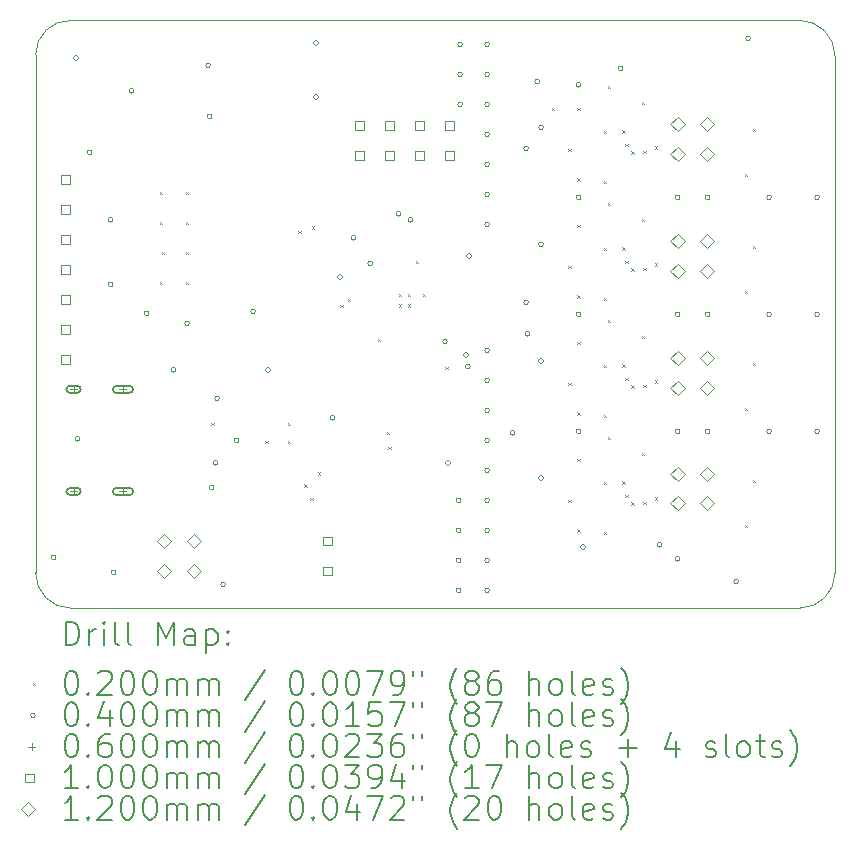
<source format=gbr>
%TF.GenerationSoftware,KiCad,Pcbnew,(6.0.11)*%
%TF.CreationDate,2023-05-24T19:33:46+02:00*%
%TF.ProjectId,an2can,616e3263-616e-42e6-9b69-6361645f7063,V0*%
%TF.SameCoordinates,Original*%
%TF.FileFunction,Drillmap*%
%TF.FilePolarity,Positive*%
%FSLAX45Y45*%
G04 Gerber Fmt 4.5, Leading zero omitted, Abs format (unit mm)*
G04 Created by KiCad (PCBNEW (6.0.11)) date 2023-05-24 19:33:46*
%MOMM*%
%LPD*%
G01*
G04 APERTURE LIST*
%ADD10C,0.050000*%
%ADD11C,0.200000*%
%ADD12C,0.020000*%
%ADD13C,0.040000*%
%ADD14C,0.060000*%
%ADD15C,0.100000*%
%ADD16C,0.120000*%
G04 APERTURE END LIST*
D10*
X12992100Y-6891300D02*
G75*
G03*
X12692100Y-6591300I-300000J0D01*
G01*
X6527600Y-6591300D02*
X12692100Y-6591300D01*
X6527600Y-6591296D02*
G75*
G03*
X6223000Y-6883400I-12240J-292104D01*
G01*
X6223000Y-6883400D02*
X6223000Y-11268668D01*
X12992100Y-11267700D02*
X12992100Y-6891300D01*
X6223002Y-11268668D02*
G75*
G03*
X6523000Y-11568668I299998J-2D01*
G01*
X12692100Y-11567700D02*
G75*
G03*
X12992100Y-11267700I0J300000D01*
G01*
X12692100Y-11567700D02*
X6523000Y-11568668D01*
D11*
D12*
X7276800Y-8041800D02*
X7296800Y-8061800D01*
X7296800Y-8041800D02*
X7276800Y-8061800D01*
X7276800Y-8295800D02*
X7296800Y-8315800D01*
X7296800Y-8295800D02*
X7276800Y-8315800D01*
X7276800Y-8803800D02*
X7296800Y-8823800D01*
X7296800Y-8803800D02*
X7276800Y-8823800D01*
X7289500Y-8549800D02*
X7309500Y-8569800D01*
X7309500Y-8549800D02*
X7289500Y-8569800D01*
X7492700Y-8041800D02*
X7512700Y-8061800D01*
X7512700Y-8041800D02*
X7492700Y-8061800D01*
X7492700Y-8295800D02*
X7512700Y-8315800D01*
X7512700Y-8295800D02*
X7492700Y-8315800D01*
X7492700Y-8549800D02*
X7512700Y-8569800D01*
X7512700Y-8549800D02*
X7492700Y-8569800D01*
X7492700Y-8803800D02*
X7512700Y-8823800D01*
X7512700Y-8803800D02*
X7492700Y-8823800D01*
X7711600Y-9997600D02*
X7731600Y-10017600D01*
X7731600Y-9997600D02*
X7711600Y-10017600D01*
X8168800Y-10150000D02*
X8188800Y-10170000D01*
X8188800Y-10150000D02*
X8168800Y-10170000D01*
X8359300Y-9997600D02*
X8379300Y-10017600D01*
X8379300Y-9997600D02*
X8359300Y-10017600D01*
X8359300Y-10150000D02*
X8379300Y-10170000D01*
X8379300Y-10150000D02*
X8359300Y-10170000D01*
X8448200Y-8372000D02*
X8468200Y-8392000D01*
X8468200Y-8372000D02*
X8448200Y-8392000D01*
X8499000Y-10518300D02*
X8519000Y-10538300D01*
X8519000Y-10518300D02*
X8499000Y-10538300D01*
X8549800Y-10632600D02*
X8569800Y-10652600D01*
X8569800Y-10632600D02*
X8549800Y-10652600D01*
X8562500Y-8333900D02*
X8582500Y-8353900D01*
X8582500Y-8333900D02*
X8562500Y-8353900D01*
X8613300Y-10416700D02*
X8633300Y-10436700D01*
X8633300Y-10416700D02*
X8613300Y-10436700D01*
X8803800Y-8999950D02*
X8823800Y-9019950D01*
X8823800Y-8999950D02*
X8803800Y-9019950D01*
X8867300Y-8949950D02*
X8887300Y-8969950D01*
X8887300Y-8949950D02*
X8867300Y-8969950D01*
X9121300Y-9286400D02*
X9141300Y-9306400D01*
X9141300Y-9286400D02*
X9121300Y-9306400D01*
X9197500Y-10073800D02*
X9217500Y-10093800D01*
X9217500Y-10073800D02*
X9197500Y-10093800D01*
X9210200Y-10200800D02*
X9230200Y-10220800D01*
X9230200Y-10200800D02*
X9210200Y-10220800D01*
X9299100Y-8905400D02*
X9319100Y-8925400D01*
X9319100Y-8905400D02*
X9299100Y-8925400D01*
X9299100Y-8994300D02*
X9319100Y-9014300D01*
X9319100Y-8994300D02*
X9299100Y-9014300D01*
X9375300Y-8905400D02*
X9395300Y-8925400D01*
X9395300Y-8905400D02*
X9375300Y-8925400D01*
X9375300Y-8994300D02*
X9395300Y-9014300D01*
X9395300Y-8994300D02*
X9375300Y-9014300D01*
X9444350Y-8625700D02*
X9464350Y-8645700D01*
X9464350Y-8625700D02*
X9444350Y-8645700D01*
X9502300Y-8905400D02*
X9522300Y-8925400D01*
X9522300Y-8905400D02*
X9502300Y-8925400D01*
X9692800Y-9525350D02*
X9712800Y-9545350D01*
X9712800Y-9525350D02*
X9692800Y-9545350D01*
X10594500Y-7330600D02*
X10614500Y-7350600D01*
X10614500Y-7330600D02*
X10594500Y-7350600D01*
X10735207Y-7680225D02*
X10755207Y-7700225D01*
X10755207Y-7680225D02*
X10735207Y-7700225D01*
X10735207Y-8670825D02*
X10755207Y-8690825D01*
X10755207Y-8670825D02*
X10735207Y-8690825D01*
X10735207Y-9661425D02*
X10755207Y-9681425D01*
X10755207Y-9661425D02*
X10735207Y-9681425D01*
X10735207Y-10652025D02*
X10755207Y-10672025D01*
X10755207Y-10652025D02*
X10735207Y-10672025D01*
X10810400Y-7333050D02*
X10830400Y-7353050D01*
X10830400Y-7333050D02*
X10810400Y-7353050D01*
X10810400Y-7929850D02*
X10830400Y-7949850D01*
X10830400Y-7929850D02*
X10810400Y-7949850D01*
X10810400Y-8323650D02*
X10830400Y-8343650D01*
X10830400Y-8323650D02*
X10810400Y-8343650D01*
X10810400Y-8920450D02*
X10830400Y-8940450D01*
X10830400Y-8920450D02*
X10810400Y-8940450D01*
X10810400Y-9314250D02*
X10830400Y-9334250D01*
X10830400Y-9314250D02*
X10810400Y-9334250D01*
X10810400Y-9911050D02*
X10830400Y-9931050D01*
X10830400Y-9911050D02*
X10810400Y-9931050D01*
X10810400Y-10304850D02*
X10830400Y-10324850D01*
X10830400Y-10304850D02*
X10810400Y-10324850D01*
X10810400Y-10901650D02*
X10830400Y-10921650D01*
X10830400Y-10901650D02*
X10810400Y-10921650D01*
X11031900Y-7526700D02*
X11051900Y-7546700D01*
X11051900Y-7526700D02*
X11031900Y-7546700D01*
X11031900Y-8517300D02*
X11051900Y-8537300D01*
X11051900Y-8517300D02*
X11031900Y-8537300D01*
X11031900Y-9507900D02*
X11051900Y-9527900D01*
X11051900Y-9507900D02*
X11031900Y-9527900D01*
X11031900Y-10498500D02*
X11051900Y-10518500D01*
X11051900Y-10498500D02*
X11031900Y-10518500D01*
X11032975Y-7949893D02*
X11052975Y-7969893D01*
X11052975Y-7949893D02*
X11032975Y-7969893D01*
X11032975Y-8940493D02*
X11052975Y-8960493D01*
X11052975Y-8940493D02*
X11032975Y-8960493D01*
X11032975Y-9931093D02*
X11052975Y-9951093D01*
X11052975Y-9931093D02*
X11032975Y-9951093D01*
X11032975Y-10921693D02*
X11052975Y-10941693D01*
X11052975Y-10921693D02*
X11032975Y-10941693D01*
X11067993Y-7146140D02*
X11087993Y-7166140D01*
X11087993Y-7146140D02*
X11067993Y-7166140D01*
X11067993Y-8136740D02*
X11087993Y-8156740D01*
X11087993Y-8136740D02*
X11067993Y-8156740D01*
X11067993Y-9127340D02*
X11087993Y-9147340D01*
X11087993Y-9127340D02*
X11067993Y-9147340D01*
X11067993Y-10117940D02*
X11087993Y-10137940D01*
X11087993Y-10117940D02*
X11067993Y-10137940D01*
X11191400Y-7520450D02*
X11211400Y-7540450D01*
X11211400Y-7520450D02*
X11191400Y-7540450D01*
X11191400Y-8511050D02*
X11211400Y-8531050D01*
X11211400Y-8511050D02*
X11191400Y-8531050D01*
X11191400Y-9501650D02*
X11211400Y-9521650D01*
X11211400Y-9501650D02*
X11191400Y-9521650D01*
X11191400Y-10492250D02*
X11211400Y-10512250D01*
X11211400Y-10492250D02*
X11191400Y-10512250D01*
X11216800Y-7635400D02*
X11236800Y-7655400D01*
X11236800Y-7635400D02*
X11216800Y-7655400D01*
X11216800Y-8626000D02*
X11236800Y-8646000D01*
X11236800Y-8626000D02*
X11216800Y-8646000D01*
X11216800Y-9616600D02*
X11236800Y-9636600D01*
X11236800Y-9616600D02*
X11216800Y-9636600D01*
X11216800Y-10607200D02*
X11236800Y-10627200D01*
X11236800Y-10607200D02*
X11216800Y-10627200D01*
X11267731Y-7698632D02*
X11287731Y-7718632D01*
X11287731Y-7698632D02*
X11267731Y-7718632D01*
X11267731Y-8689232D02*
X11287731Y-8709232D01*
X11287731Y-8689232D02*
X11267731Y-8709232D01*
X11267731Y-9679832D02*
X11287731Y-9699832D01*
X11287731Y-9679832D02*
X11267731Y-9699832D01*
X11267731Y-10670432D02*
X11287731Y-10690432D01*
X11287731Y-10670432D02*
X11267731Y-10690432D01*
X11356500Y-8270945D02*
X11376500Y-8290945D01*
X11376500Y-8270945D02*
X11356500Y-8290945D01*
X11356500Y-9261545D02*
X11376500Y-9281545D01*
X11376500Y-9261545D02*
X11356500Y-9281545D01*
X11356500Y-10252145D02*
X11376500Y-10272145D01*
X11376500Y-10252145D02*
X11356500Y-10272145D01*
X11356684Y-7280603D02*
X11376684Y-7300603D01*
X11376684Y-7280603D02*
X11356684Y-7300603D01*
X11369200Y-7692850D02*
X11389200Y-7712850D01*
X11389200Y-7692850D02*
X11369200Y-7712850D01*
X11369200Y-8683450D02*
X11389200Y-8703450D01*
X11389200Y-8683450D02*
X11369200Y-8703450D01*
X11369200Y-9674050D02*
X11389200Y-9694050D01*
X11389200Y-9674050D02*
X11369200Y-9694050D01*
X11369200Y-10664650D02*
X11389200Y-10684650D01*
X11389200Y-10664650D02*
X11369200Y-10684650D01*
X11467950Y-7658893D02*
X11487950Y-7678893D01*
X11487950Y-7658893D02*
X11467950Y-7678893D01*
X11467950Y-8649493D02*
X11487950Y-8669493D01*
X11487950Y-8649493D02*
X11467950Y-8669493D01*
X11467950Y-9640093D02*
X11487950Y-9660093D01*
X11487950Y-9640093D02*
X11467950Y-9660093D01*
X11467950Y-10630693D02*
X11487950Y-10650693D01*
X11487950Y-10630693D02*
X11467950Y-10650693D01*
X12226400Y-7889518D02*
X12246400Y-7909518D01*
X12246400Y-7889518D02*
X12226400Y-7909518D01*
X12226400Y-8880118D02*
X12246400Y-8900118D01*
X12246400Y-8880118D02*
X12226400Y-8900118D01*
X12226400Y-9870718D02*
X12246400Y-9890718D01*
X12246400Y-9870718D02*
X12226400Y-9890718D01*
X12226400Y-10861318D02*
X12246400Y-10881318D01*
X12246400Y-10861318D02*
X12226400Y-10881318D01*
X12296300Y-7508400D02*
X12316300Y-7528400D01*
X12316300Y-7508400D02*
X12296300Y-7528400D01*
X12296300Y-8499000D02*
X12316300Y-8519000D01*
X12316300Y-8499000D02*
X12296300Y-8519000D01*
X12296300Y-9489600D02*
X12316300Y-9509600D01*
X12316300Y-9489600D02*
X12296300Y-9509600D01*
X12296300Y-10480200D02*
X12316300Y-10500200D01*
X12316300Y-10480200D02*
X12296300Y-10500200D01*
D13*
X6395400Y-11137900D02*
G75*
G03*
X6395400Y-11137900I-20000J0D01*
G01*
X6585900Y-6908800D02*
G75*
G03*
X6585900Y-6908800I-20000J0D01*
G01*
X6598600Y-10134600D02*
G75*
G03*
X6598600Y-10134600I-20000J0D01*
G01*
X6700200Y-7708900D02*
G75*
G03*
X6700200Y-7708900I-20000J0D01*
G01*
X6878000Y-8280400D02*
G75*
G03*
X6878000Y-8280400I-20000J0D01*
G01*
X6878000Y-8826500D02*
G75*
G03*
X6878000Y-8826500I-20000J0D01*
G01*
X6903400Y-11264900D02*
G75*
G03*
X6903400Y-11264900I-20000J0D01*
G01*
X7055800Y-7188200D02*
G75*
G03*
X7055800Y-7188200I-20000J0D01*
G01*
X7182800Y-9071750D02*
G75*
G03*
X7182800Y-9071750I-20000J0D01*
G01*
X7411400Y-9550400D02*
G75*
G03*
X7411400Y-9550400I-20000J0D01*
G01*
X7525700Y-9156700D02*
G75*
G03*
X7525700Y-9156700I-20000J0D01*
G01*
X7703500Y-6972300D02*
G75*
G03*
X7703500Y-6972300I-20000J0D01*
G01*
X7716200Y-7404100D02*
G75*
G03*
X7716200Y-7404100I-20000J0D01*
G01*
X7733905Y-10546324D02*
G75*
G03*
X7733905Y-10546324I-20000J0D01*
G01*
X7767000Y-10337800D02*
G75*
G03*
X7767000Y-10337800I-20000J0D01*
G01*
X7779700Y-9791700D02*
G75*
G03*
X7779700Y-9791700I-20000J0D01*
G01*
X7830500Y-11366500D02*
G75*
G03*
X7830500Y-11366500I-20000J0D01*
G01*
X7944800Y-10147300D02*
G75*
G03*
X7944800Y-10147300I-20000J0D01*
G01*
X8084500Y-9055100D02*
G75*
G03*
X8084500Y-9055100I-20000J0D01*
G01*
X8211500Y-9550400D02*
G75*
G03*
X8211500Y-9550400I-20000J0D01*
G01*
X8617900Y-6781800D02*
G75*
G03*
X8617900Y-6781800I-20000J0D01*
G01*
X8617900Y-7239000D02*
G75*
G03*
X8617900Y-7239000I-20000J0D01*
G01*
X8757600Y-9956800D02*
G75*
G03*
X8757600Y-9956800I-20000J0D01*
G01*
X8821100Y-8763000D02*
G75*
G03*
X8821100Y-8763000I-20000J0D01*
G01*
X8935400Y-8432800D02*
G75*
G03*
X8935400Y-8432800I-20000J0D01*
G01*
X9077626Y-8649515D02*
G75*
G03*
X9077626Y-8649515I-20000J0D01*
G01*
X9316400Y-8229600D02*
G75*
G03*
X9316400Y-8229600I-20000J0D01*
G01*
X9418000Y-8280400D02*
G75*
G03*
X9418000Y-8280400I-20000J0D01*
G01*
X9709670Y-9309530D02*
G75*
G03*
X9709670Y-9309530I-20000J0D01*
G01*
X9735500Y-10337800D02*
G75*
G03*
X9735500Y-10337800I-20000J0D01*
G01*
X9824400Y-10655300D02*
G75*
G03*
X9824400Y-10655300I-20000J0D01*
G01*
X9824400Y-10909300D02*
G75*
G03*
X9824400Y-10909300I-20000J0D01*
G01*
X9824400Y-11163300D02*
G75*
G03*
X9824400Y-11163300I-20000J0D01*
G01*
X9824400Y-11417300D02*
G75*
G03*
X9824400Y-11417300I-20000J0D01*
G01*
X9837100Y-6794500D02*
G75*
G03*
X9837100Y-6794500I-20000J0D01*
G01*
X9837100Y-7048500D02*
G75*
G03*
X9837100Y-7048500I-20000J0D01*
G01*
X9837100Y-7302500D02*
G75*
G03*
X9837100Y-7302500I-20000J0D01*
G01*
X9887900Y-9423400D02*
G75*
G03*
X9887900Y-9423400I-20000J0D01*
G01*
X9902035Y-9522346D02*
G75*
G03*
X9902035Y-9522346I-20000J0D01*
G01*
X9913300Y-8585200D02*
G75*
G03*
X9913300Y-8585200I-20000J0D01*
G01*
X10065700Y-6794500D02*
G75*
G03*
X10065700Y-6794500I-20000J0D01*
G01*
X10065700Y-7048500D02*
G75*
G03*
X10065700Y-7048500I-20000J0D01*
G01*
X10065700Y-7302500D02*
G75*
G03*
X10065700Y-7302500I-20000J0D01*
G01*
X10065700Y-7556500D02*
G75*
G03*
X10065700Y-7556500I-20000J0D01*
G01*
X10065700Y-7810500D02*
G75*
G03*
X10065700Y-7810500I-20000J0D01*
G01*
X10065700Y-8064500D02*
G75*
G03*
X10065700Y-8064500I-20000J0D01*
G01*
X10065700Y-8318500D02*
G75*
G03*
X10065700Y-8318500I-20000J0D01*
G01*
X10065700Y-9385300D02*
G75*
G03*
X10065700Y-9385300I-20000J0D01*
G01*
X10065700Y-9639300D02*
G75*
G03*
X10065700Y-9639300I-20000J0D01*
G01*
X10065700Y-9893300D02*
G75*
G03*
X10065700Y-9893300I-20000J0D01*
G01*
X10065700Y-10147300D02*
G75*
G03*
X10065700Y-10147300I-20000J0D01*
G01*
X10065700Y-10401300D02*
G75*
G03*
X10065700Y-10401300I-20000J0D01*
G01*
X10065700Y-10655300D02*
G75*
G03*
X10065700Y-10655300I-20000J0D01*
G01*
X10065700Y-10909300D02*
G75*
G03*
X10065700Y-10909300I-20000J0D01*
G01*
X10065700Y-11163300D02*
G75*
G03*
X10065700Y-11163300I-20000J0D01*
G01*
X10065700Y-11417300D02*
G75*
G03*
X10065700Y-11417300I-20000J0D01*
G01*
X10281600Y-10083800D02*
G75*
G03*
X10281600Y-10083800I-20000J0D01*
G01*
X10395900Y-7674900D02*
G75*
G03*
X10395900Y-7674900I-20000J0D01*
G01*
X10395900Y-8978900D02*
G75*
G03*
X10395900Y-8978900I-20000J0D01*
G01*
X10408600Y-9245600D02*
G75*
G03*
X10408600Y-9245600I-20000J0D01*
G01*
X10491146Y-7109037D02*
G75*
G03*
X10491146Y-7109037I-20000J0D01*
G01*
X10522900Y-7497100D02*
G75*
G03*
X10522900Y-7497100I-20000J0D01*
G01*
X10522900Y-8486333D02*
G75*
G03*
X10522900Y-8486333I-20000J0D01*
G01*
X10522900Y-9475567D02*
G75*
G03*
X10522900Y-9475567I-20000J0D01*
G01*
X10522900Y-10464800D02*
G75*
G03*
X10522900Y-10464800I-20000J0D01*
G01*
X10840400Y-7137400D02*
G75*
G03*
X10840400Y-7137400I-20000J0D01*
G01*
X10840400Y-8089900D02*
G75*
G03*
X10840400Y-8089900I-20000J0D01*
G01*
X10840400Y-9080500D02*
G75*
G03*
X10840400Y-9080500I-20000J0D01*
G01*
X10840400Y-10071100D02*
G75*
G03*
X10840400Y-10071100I-20000J0D01*
G01*
X10878500Y-11049000D02*
G75*
G03*
X10878500Y-11049000I-20000J0D01*
G01*
X11196000Y-6997700D02*
G75*
G03*
X11196000Y-6997700I-20000J0D01*
G01*
X11526200Y-11032550D02*
G75*
G03*
X11526200Y-11032550I-20000J0D01*
G01*
X11678600Y-8089900D02*
G75*
G03*
X11678600Y-8089900I-20000J0D01*
G01*
X11678600Y-9080500D02*
G75*
G03*
X11678600Y-9080500I-20000J0D01*
G01*
X11678600Y-10071100D02*
G75*
G03*
X11678600Y-10071100I-20000J0D01*
G01*
X11678600Y-11150600D02*
G75*
G03*
X11678600Y-11150600I-20000J0D01*
G01*
X11932600Y-8089900D02*
G75*
G03*
X11932600Y-8089900I-20000J0D01*
G01*
X11932600Y-9080500D02*
G75*
G03*
X11932600Y-9080500I-20000J0D01*
G01*
X11932600Y-10071100D02*
G75*
G03*
X11932600Y-10071100I-20000J0D01*
G01*
X12173900Y-11341100D02*
G75*
G03*
X12173900Y-11341100I-20000J0D01*
G01*
X12275500Y-6743700D02*
G75*
G03*
X12275500Y-6743700I-20000J0D01*
G01*
X12453300Y-8089900D02*
G75*
G03*
X12453300Y-8089900I-20000J0D01*
G01*
X12453300Y-9080500D02*
G75*
G03*
X12453300Y-9080500I-20000J0D01*
G01*
X12453300Y-10071100D02*
G75*
G03*
X12453300Y-10071100I-20000J0D01*
G01*
X12859700Y-8089900D02*
G75*
G03*
X12859700Y-8089900I-20000J0D01*
G01*
X12859700Y-9080500D02*
G75*
G03*
X12859700Y-9080500I-20000J0D01*
G01*
X12859700Y-10071100D02*
G75*
G03*
X12859700Y-10071100I-20000J0D01*
G01*
D14*
X6544600Y-9685300D02*
X6544600Y-9745300D01*
X6514600Y-9715300D02*
X6574600Y-9715300D01*
D11*
X6514600Y-9745300D02*
X6574600Y-9745300D01*
X6514600Y-9685300D02*
X6574600Y-9685300D01*
X6574600Y-9745300D02*
G75*
G03*
X6574600Y-9685300I0J30000D01*
G01*
X6514600Y-9685300D02*
G75*
G03*
X6514600Y-9745300I0J-30000D01*
G01*
D14*
X6544600Y-10549300D02*
X6544600Y-10609300D01*
X6514600Y-10579300D02*
X6574600Y-10579300D01*
D11*
X6514600Y-10609300D02*
X6574600Y-10609300D01*
X6514600Y-10549300D02*
X6574600Y-10549300D01*
X6574600Y-10609300D02*
G75*
G03*
X6574600Y-10549300I0J30000D01*
G01*
X6514600Y-10549300D02*
G75*
G03*
X6514600Y-10609300I0J-30000D01*
G01*
D14*
X6962600Y-9685300D02*
X6962600Y-9745300D01*
X6932600Y-9715300D02*
X6992600Y-9715300D01*
D11*
X6907600Y-9745300D02*
X7017600Y-9745300D01*
X6907600Y-9685300D02*
X7017600Y-9685300D01*
X7017600Y-9745300D02*
G75*
G03*
X7017600Y-9685300I0J30000D01*
G01*
X6907600Y-9685300D02*
G75*
G03*
X6907600Y-9745300I0J-30000D01*
G01*
D14*
X6962600Y-10549300D02*
X6962600Y-10609300D01*
X6932600Y-10579300D02*
X6992600Y-10579300D01*
D11*
X6907600Y-10609300D02*
X7017600Y-10609300D01*
X6907600Y-10549300D02*
X7017600Y-10549300D01*
X7017600Y-10609300D02*
G75*
G03*
X7017600Y-10549300I0J30000D01*
G01*
X6907600Y-10549300D02*
G75*
G03*
X6907600Y-10609300I0J-30000D01*
G01*
D15*
X6512356Y-7972856D02*
X6512356Y-7902144D01*
X6441644Y-7902144D01*
X6441644Y-7972856D01*
X6512356Y-7972856D01*
X6512356Y-8226856D02*
X6512356Y-8156144D01*
X6441644Y-8156144D01*
X6441644Y-8226856D01*
X6512356Y-8226856D01*
X6512356Y-8480856D02*
X6512356Y-8410144D01*
X6441644Y-8410144D01*
X6441644Y-8480856D01*
X6512356Y-8480856D01*
X6512356Y-8734856D02*
X6512356Y-8664144D01*
X6441644Y-8664144D01*
X6441644Y-8734856D01*
X6512356Y-8734856D01*
X6512356Y-8988856D02*
X6512356Y-8918144D01*
X6441644Y-8918144D01*
X6441644Y-8988856D01*
X6512356Y-8988856D01*
X6512356Y-9242856D02*
X6512356Y-9172144D01*
X6441644Y-9172144D01*
X6441644Y-9242856D01*
X6512356Y-9242856D01*
X6512356Y-9496856D02*
X6512356Y-9426144D01*
X6441644Y-9426144D01*
X6441644Y-9496856D01*
X6512356Y-9496856D01*
X8731306Y-11034056D02*
X8731306Y-10963344D01*
X8660594Y-10963344D01*
X8660594Y-11034056D01*
X8731306Y-11034056D01*
X8731306Y-11288056D02*
X8731306Y-11217344D01*
X8660594Y-11217344D01*
X8660594Y-11288056D01*
X8731306Y-11288056D01*
X9000556Y-7515656D02*
X9000556Y-7444944D01*
X8929844Y-7444944D01*
X8929844Y-7515656D01*
X9000556Y-7515656D01*
X9000556Y-7769656D02*
X9000556Y-7698944D01*
X8929844Y-7698944D01*
X8929844Y-7769656D01*
X9000556Y-7769656D01*
X9254556Y-7515656D02*
X9254556Y-7444944D01*
X9183844Y-7444944D01*
X9183844Y-7515656D01*
X9254556Y-7515656D01*
X9254556Y-7769656D02*
X9254556Y-7698944D01*
X9183844Y-7698944D01*
X9183844Y-7769656D01*
X9254556Y-7769656D01*
X9508556Y-7515656D02*
X9508556Y-7444944D01*
X9437844Y-7444944D01*
X9437844Y-7515656D01*
X9508556Y-7515656D01*
X9508556Y-7769656D02*
X9508556Y-7698944D01*
X9437844Y-7698944D01*
X9437844Y-7769656D01*
X9508556Y-7769656D01*
X9762556Y-7515656D02*
X9762556Y-7444944D01*
X9691844Y-7444944D01*
X9691844Y-7515656D01*
X9762556Y-7515656D01*
X9762556Y-7769656D02*
X9762556Y-7698944D01*
X9691844Y-7698944D01*
X9691844Y-7769656D01*
X9762556Y-7769656D01*
D16*
X7311100Y-11060200D02*
X7371100Y-11000200D01*
X7311100Y-10940200D01*
X7251100Y-11000200D01*
X7311100Y-11060200D01*
X7311100Y-11310200D02*
X7371100Y-11250200D01*
X7311100Y-11190200D01*
X7251100Y-11250200D01*
X7311100Y-11310200D01*
X7561100Y-11060200D02*
X7621100Y-11000200D01*
X7561100Y-10940200D01*
X7501100Y-11000200D01*
X7561100Y-11060200D01*
X7561100Y-11310200D02*
X7621100Y-11250200D01*
X7561100Y-11190200D01*
X7501100Y-11250200D01*
X7561100Y-11310200D01*
X11658600Y-7529600D02*
X11718600Y-7469600D01*
X11658600Y-7409600D01*
X11598600Y-7469600D01*
X11658600Y-7529600D01*
X11658600Y-7779600D02*
X11718600Y-7719600D01*
X11658600Y-7659600D01*
X11598600Y-7719600D01*
X11658600Y-7779600D01*
X11658600Y-8520200D02*
X11718600Y-8460200D01*
X11658600Y-8400200D01*
X11598600Y-8460200D01*
X11658600Y-8520200D01*
X11658600Y-8770200D02*
X11718600Y-8710200D01*
X11658600Y-8650200D01*
X11598600Y-8710200D01*
X11658600Y-8770200D01*
X11658600Y-9510800D02*
X11718600Y-9450800D01*
X11658600Y-9390800D01*
X11598600Y-9450800D01*
X11658600Y-9510800D01*
X11658600Y-9760800D02*
X11718600Y-9700800D01*
X11658600Y-9640800D01*
X11598600Y-9700800D01*
X11658600Y-9760800D01*
X11658600Y-10488700D02*
X11718600Y-10428700D01*
X11658600Y-10368700D01*
X11598600Y-10428700D01*
X11658600Y-10488700D01*
X11658600Y-10738700D02*
X11718600Y-10678700D01*
X11658600Y-10618700D01*
X11598600Y-10678700D01*
X11658600Y-10738700D01*
X11908600Y-7529600D02*
X11968600Y-7469600D01*
X11908600Y-7409600D01*
X11848600Y-7469600D01*
X11908600Y-7529600D01*
X11908600Y-7779600D02*
X11968600Y-7719600D01*
X11908600Y-7659600D01*
X11848600Y-7719600D01*
X11908600Y-7779600D01*
X11908600Y-8520200D02*
X11968600Y-8460200D01*
X11908600Y-8400200D01*
X11848600Y-8460200D01*
X11908600Y-8520200D01*
X11908600Y-8770200D02*
X11968600Y-8710200D01*
X11908600Y-8650200D01*
X11848600Y-8710200D01*
X11908600Y-8770200D01*
X11908600Y-9510800D02*
X11968600Y-9450800D01*
X11908600Y-9390800D01*
X11848600Y-9450800D01*
X11908600Y-9510800D01*
X11908600Y-9760800D02*
X11968600Y-9700800D01*
X11908600Y-9640800D01*
X11848600Y-9700800D01*
X11908600Y-9760800D01*
X11908600Y-10488700D02*
X11968600Y-10428700D01*
X11908600Y-10368700D01*
X11848600Y-10428700D01*
X11908600Y-10488700D01*
X11908600Y-10738700D02*
X11968600Y-10678700D01*
X11908600Y-10618700D01*
X11848600Y-10678700D01*
X11908600Y-10738700D01*
D11*
X6478119Y-11881644D02*
X6478119Y-11681644D01*
X6525738Y-11681644D01*
X6554309Y-11691168D01*
X6573357Y-11710216D01*
X6582881Y-11729263D01*
X6592405Y-11767358D01*
X6592405Y-11795930D01*
X6582881Y-11834025D01*
X6573357Y-11853073D01*
X6554309Y-11872120D01*
X6525738Y-11881644D01*
X6478119Y-11881644D01*
X6678119Y-11881644D02*
X6678119Y-11748311D01*
X6678119Y-11786406D02*
X6687643Y-11767358D01*
X6697167Y-11757835D01*
X6716214Y-11748311D01*
X6735262Y-11748311D01*
X6801928Y-11881644D02*
X6801928Y-11748311D01*
X6801928Y-11681644D02*
X6792405Y-11691168D01*
X6801928Y-11700692D01*
X6811452Y-11691168D01*
X6801928Y-11681644D01*
X6801928Y-11700692D01*
X6925738Y-11881644D02*
X6906690Y-11872120D01*
X6897167Y-11853073D01*
X6897167Y-11681644D01*
X7030500Y-11881644D02*
X7011452Y-11872120D01*
X7001928Y-11853073D01*
X7001928Y-11681644D01*
X7259071Y-11881644D02*
X7259071Y-11681644D01*
X7325738Y-11824501D01*
X7392405Y-11681644D01*
X7392405Y-11881644D01*
X7573357Y-11881644D02*
X7573357Y-11776882D01*
X7563833Y-11757835D01*
X7544786Y-11748311D01*
X7506690Y-11748311D01*
X7487643Y-11757835D01*
X7573357Y-11872120D02*
X7554309Y-11881644D01*
X7506690Y-11881644D01*
X7487643Y-11872120D01*
X7478119Y-11853073D01*
X7478119Y-11834025D01*
X7487643Y-11814977D01*
X7506690Y-11805454D01*
X7554309Y-11805454D01*
X7573357Y-11795930D01*
X7668595Y-11748311D02*
X7668595Y-11948311D01*
X7668595Y-11757835D02*
X7687643Y-11748311D01*
X7725738Y-11748311D01*
X7744786Y-11757835D01*
X7754309Y-11767358D01*
X7763833Y-11786406D01*
X7763833Y-11843549D01*
X7754309Y-11862596D01*
X7744786Y-11872120D01*
X7725738Y-11881644D01*
X7687643Y-11881644D01*
X7668595Y-11872120D01*
X7849548Y-11862596D02*
X7859071Y-11872120D01*
X7849548Y-11881644D01*
X7840024Y-11872120D01*
X7849548Y-11862596D01*
X7849548Y-11881644D01*
X7849548Y-11757835D02*
X7859071Y-11767358D01*
X7849548Y-11776882D01*
X7840024Y-11767358D01*
X7849548Y-11757835D01*
X7849548Y-11776882D01*
D12*
X6200500Y-12201168D02*
X6220500Y-12221168D01*
X6220500Y-12201168D02*
X6200500Y-12221168D01*
D11*
X6516214Y-12101644D02*
X6535262Y-12101644D01*
X6554309Y-12111168D01*
X6563833Y-12120692D01*
X6573357Y-12139739D01*
X6582881Y-12177835D01*
X6582881Y-12225454D01*
X6573357Y-12263549D01*
X6563833Y-12282596D01*
X6554309Y-12292120D01*
X6535262Y-12301644D01*
X6516214Y-12301644D01*
X6497167Y-12292120D01*
X6487643Y-12282596D01*
X6478119Y-12263549D01*
X6468595Y-12225454D01*
X6468595Y-12177835D01*
X6478119Y-12139739D01*
X6487643Y-12120692D01*
X6497167Y-12111168D01*
X6516214Y-12101644D01*
X6668595Y-12282596D02*
X6678119Y-12292120D01*
X6668595Y-12301644D01*
X6659071Y-12292120D01*
X6668595Y-12282596D01*
X6668595Y-12301644D01*
X6754309Y-12120692D02*
X6763833Y-12111168D01*
X6782881Y-12101644D01*
X6830500Y-12101644D01*
X6849548Y-12111168D01*
X6859071Y-12120692D01*
X6868595Y-12139739D01*
X6868595Y-12158787D01*
X6859071Y-12187358D01*
X6744786Y-12301644D01*
X6868595Y-12301644D01*
X6992405Y-12101644D02*
X7011452Y-12101644D01*
X7030500Y-12111168D01*
X7040024Y-12120692D01*
X7049548Y-12139739D01*
X7059071Y-12177835D01*
X7059071Y-12225454D01*
X7049548Y-12263549D01*
X7040024Y-12282596D01*
X7030500Y-12292120D01*
X7011452Y-12301644D01*
X6992405Y-12301644D01*
X6973357Y-12292120D01*
X6963833Y-12282596D01*
X6954309Y-12263549D01*
X6944786Y-12225454D01*
X6944786Y-12177835D01*
X6954309Y-12139739D01*
X6963833Y-12120692D01*
X6973357Y-12111168D01*
X6992405Y-12101644D01*
X7182881Y-12101644D02*
X7201928Y-12101644D01*
X7220976Y-12111168D01*
X7230500Y-12120692D01*
X7240024Y-12139739D01*
X7249548Y-12177835D01*
X7249548Y-12225454D01*
X7240024Y-12263549D01*
X7230500Y-12282596D01*
X7220976Y-12292120D01*
X7201928Y-12301644D01*
X7182881Y-12301644D01*
X7163833Y-12292120D01*
X7154309Y-12282596D01*
X7144786Y-12263549D01*
X7135262Y-12225454D01*
X7135262Y-12177835D01*
X7144786Y-12139739D01*
X7154309Y-12120692D01*
X7163833Y-12111168D01*
X7182881Y-12101644D01*
X7335262Y-12301644D02*
X7335262Y-12168311D01*
X7335262Y-12187358D02*
X7344786Y-12177835D01*
X7363833Y-12168311D01*
X7392405Y-12168311D01*
X7411452Y-12177835D01*
X7420976Y-12196882D01*
X7420976Y-12301644D01*
X7420976Y-12196882D02*
X7430500Y-12177835D01*
X7449548Y-12168311D01*
X7478119Y-12168311D01*
X7497167Y-12177835D01*
X7506690Y-12196882D01*
X7506690Y-12301644D01*
X7601928Y-12301644D02*
X7601928Y-12168311D01*
X7601928Y-12187358D02*
X7611452Y-12177835D01*
X7630500Y-12168311D01*
X7659071Y-12168311D01*
X7678119Y-12177835D01*
X7687643Y-12196882D01*
X7687643Y-12301644D01*
X7687643Y-12196882D02*
X7697167Y-12177835D01*
X7716214Y-12168311D01*
X7744786Y-12168311D01*
X7763833Y-12177835D01*
X7773357Y-12196882D01*
X7773357Y-12301644D01*
X8163833Y-12092120D02*
X7992405Y-12349263D01*
X8420976Y-12101644D02*
X8440024Y-12101644D01*
X8459071Y-12111168D01*
X8468595Y-12120692D01*
X8478119Y-12139739D01*
X8487643Y-12177835D01*
X8487643Y-12225454D01*
X8478119Y-12263549D01*
X8468595Y-12282596D01*
X8459071Y-12292120D01*
X8440024Y-12301644D01*
X8420976Y-12301644D01*
X8401929Y-12292120D01*
X8392405Y-12282596D01*
X8382881Y-12263549D01*
X8373357Y-12225454D01*
X8373357Y-12177835D01*
X8382881Y-12139739D01*
X8392405Y-12120692D01*
X8401929Y-12111168D01*
X8420976Y-12101644D01*
X8573357Y-12282596D02*
X8582881Y-12292120D01*
X8573357Y-12301644D01*
X8563833Y-12292120D01*
X8573357Y-12282596D01*
X8573357Y-12301644D01*
X8706690Y-12101644D02*
X8725738Y-12101644D01*
X8744786Y-12111168D01*
X8754310Y-12120692D01*
X8763833Y-12139739D01*
X8773357Y-12177835D01*
X8773357Y-12225454D01*
X8763833Y-12263549D01*
X8754310Y-12282596D01*
X8744786Y-12292120D01*
X8725738Y-12301644D01*
X8706690Y-12301644D01*
X8687643Y-12292120D01*
X8678119Y-12282596D01*
X8668595Y-12263549D01*
X8659071Y-12225454D01*
X8659071Y-12177835D01*
X8668595Y-12139739D01*
X8678119Y-12120692D01*
X8687643Y-12111168D01*
X8706690Y-12101644D01*
X8897167Y-12101644D02*
X8916214Y-12101644D01*
X8935262Y-12111168D01*
X8944786Y-12120692D01*
X8954310Y-12139739D01*
X8963833Y-12177835D01*
X8963833Y-12225454D01*
X8954310Y-12263549D01*
X8944786Y-12282596D01*
X8935262Y-12292120D01*
X8916214Y-12301644D01*
X8897167Y-12301644D01*
X8878119Y-12292120D01*
X8868595Y-12282596D01*
X8859071Y-12263549D01*
X8849548Y-12225454D01*
X8849548Y-12177835D01*
X8859071Y-12139739D01*
X8868595Y-12120692D01*
X8878119Y-12111168D01*
X8897167Y-12101644D01*
X9030500Y-12101644D02*
X9163833Y-12101644D01*
X9078119Y-12301644D01*
X9249548Y-12301644D02*
X9287643Y-12301644D01*
X9306690Y-12292120D01*
X9316214Y-12282596D01*
X9335262Y-12254025D01*
X9344786Y-12215930D01*
X9344786Y-12139739D01*
X9335262Y-12120692D01*
X9325738Y-12111168D01*
X9306690Y-12101644D01*
X9268595Y-12101644D01*
X9249548Y-12111168D01*
X9240024Y-12120692D01*
X9230500Y-12139739D01*
X9230500Y-12187358D01*
X9240024Y-12206406D01*
X9249548Y-12215930D01*
X9268595Y-12225454D01*
X9306690Y-12225454D01*
X9325738Y-12215930D01*
X9335262Y-12206406D01*
X9344786Y-12187358D01*
X9420976Y-12101644D02*
X9420976Y-12139739D01*
X9497167Y-12101644D02*
X9497167Y-12139739D01*
X9792405Y-12377835D02*
X9782881Y-12368311D01*
X9763833Y-12339739D01*
X9754310Y-12320692D01*
X9744786Y-12292120D01*
X9735262Y-12244501D01*
X9735262Y-12206406D01*
X9744786Y-12158787D01*
X9754310Y-12130216D01*
X9763833Y-12111168D01*
X9782881Y-12082596D01*
X9792405Y-12073073D01*
X9897167Y-12187358D02*
X9878119Y-12177835D01*
X9868595Y-12168311D01*
X9859071Y-12149263D01*
X9859071Y-12139739D01*
X9868595Y-12120692D01*
X9878119Y-12111168D01*
X9897167Y-12101644D01*
X9935262Y-12101644D01*
X9954310Y-12111168D01*
X9963833Y-12120692D01*
X9973357Y-12139739D01*
X9973357Y-12149263D01*
X9963833Y-12168311D01*
X9954310Y-12177835D01*
X9935262Y-12187358D01*
X9897167Y-12187358D01*
X9878119Y-12196882D01*
X9868595Y-12206406D01*
X9859071Y-12225454D01*
X9859071Y-12263549D01*
X9868595Y-12282596D01*
X9878119Y-12292120D01*
X9897167Y-12301644D01*
X9935262Y-12301644D01*
X9954310Y-12292120D01*
X9963833Y-12282596D01*
X9973357Y-12263549D01*
X9973357Y-12225454D01*
X9963833Y-12206406D01*
X9954310Y-12196882D01*
X9935262Y-12187358D01*
X10144786Y-12101644D02*
X10106690Y-12101644D01*
X10087643Y-12111168D01*
X10078119Y-12120692D01*
X10059071Y-12149263D01*
X10049548Y-12187358D01*
X10049548Y-12263549D01*
X10059071Y-12282596D01*
X10068595Y-12292120D01*
X10087643Y-12301644D01*
X10125738Y-12301644D01*
X10144786Y-12292120D01*
X10154310Y-12282596D01*
X10163833Y-12263549D01*
X10163833Y-12215930D01*
X10154310Y-12196882D01*
X10144786Y-12187358D01*
X10125738Y-12177835D01*
X10087643Y-12177835D01*
X10068595Y-12187358D01*
X10059071Y-12196882D01*
X10049548Y-12215930D01*
X10401929Y-12301644D02*
X10401929Y-12101644D01*
X10487643Y-12301644D02*
X10487643Y-12196882D01*
X10478119Y-12177835D01*
X10459071Y-12168311D01*
X10430500Y-12168311D01*
X10411452Y-12177835D01*
X10401929Y-12187358D01*
X10611452Y-12301644D02*
X10592405Y-12292120D01*
X10582881Y-12282596D01*
X10573357Y-12263549D01*
X10573357Y-12206406D01*
X10582881Y-12187358D01*
X10592405Y-12177835D01*
X10611452Y-12168311D01*
X10640024Y-12168311D01*
X10659071Y-12177835D01*
X10668595Y-12187358D01*
X10678119Y-12206406D01*
X10678119Y-12263549D01*
X10668595Y-12282596D01*
X10659071Y-12292120D01*
X10640024Y-12301644D01*
X10611452Y-12301644D01*
X10792405Y-12301644D02*
X10773357Y-12292120D01*
X10763833Y-12273073D01*
X10763833Y-12101644D01*
X10944786Y-12292120D02*
X10925738Y-12301644D01*
X10887643Y-12301644D01*
X10868595Y-12292120D01*
X10859071Y-12273073D01*
X10859071Y-12196882D01*
X10868595Y-12177835D01*
X10887643Y-12168311D01*
X10925738Y-12168311D01*
X10944786Y-12177835D01*
X10954310Y-12196882D01*
X10954310Y-12215930D01*
X10859071Y-12234977D01*
X11030500Y-12292120D02*
X11049548Y-12301644D01*
X11087643Y-12301644D01*
X11106690Y-12292120D01*
X11116214Y-12273073D01*
X11116214Y-12263549D01*
X11106690Y-12244501D01*
X11087643Y-12234977D01*
X11059071Y-12234977D01*
X11040024Y-12225454D01*
X11030500Y-12206406D01*
X11030500Y-12196882D01*
X11040024Y-12177835D01*
X11059071Y-12168311D01*
X11087643Y-12168311D01*
X11106690Y-12177835D01*
X11182881Y-12377835D02*
X11192405Y-12368311D01*
X11211452Y-12339739D01*
X11220976Y-12320692D01*
X11230500Y-12292120D01*
X11240024Y-12244501D01*
X11240024Y-12206406D01*
X11230500Y-12158787D01*
X11220976Y-12130216D01*
X11211452Y-12111168D01*
X11192405Y-12082596D01*
X11182881Y-12073073D01*
D13*
X6220500Y-12475168D02*
G75*
G03*
X6220500Y-12475168I-20000J0D01*
G01*
D11*
X6516214Y-12365644D02*
X6535262Y-12365644D01*
X6554309Y-12375168D01*
X6563833Y-12384692D01*
X6573357Y-12403739D01*
X6582881Y-12441835D01*
X6582881Y-12489454D01*
X6573357Y-12527549D01*
X6563833Y-12546596D01*
X6554309Y-12556120D01*
X6535262Y-12565644D01*
X6516214Y-12565644D01*
X6497167Y-12556120D01*
X6487643Y-12546596D01*
X6478119Y-12527549D01*
X6468595Y-12489454D01*
X6468595Y-12441835D01*
X6478119Y-12403739D01*
X6487643Y-12384692D01*
X6497167Y-12375168D01*
X6516214Y-12365644D01*
X6668595Y-12546596D02*
X6678119Y-12556120D01*
X6668595Y-12565644D01*
X6659071Y-12556120D01*
X6668595Y-12546596D01*
X6668595Y-12565644D01*
X6849548Y-12432311D02*
X6849548Y-12565644D01*
X6801928Y-12356120D02*
X6754309Y-12498977D01*
X6878119Y-12498977D01*
X6992405Y-12365644D02*
X7011452Y-12365644D01*
X7030500Y-12375168D01*
X7040024Y-12384692D01*
X7049548Y-12403739D01*
X7059071Y-12441835D01*
X7059071Y-12489454D01*
X7049548Y-12527549D01*
X7040024Y-12546596D01*
X7030500Y-12556120D01*
X7011452Y-12565644D01*
X6992405Y-12565644D01*
X6973357Y-12556120D01*
X6963833Y-12546596D01*
X6954309Y-12527549D01*
X6944786Y-12489454D01*
X6944786Y-12441835D01*
X6954309Y-12403739D01*
X6963833Y-12384692D01*
X6973357Y-12375168D01*
X6992405Y-12365644D01*
X7182881Y-12365644D02*
X7201928Y-12365644D01*
X7220976Y-12375168D01*
X7230500Y-12384692D01*
X7240024Y-12403739D01*
X7249548Y-12441835D01*
X7249548Y-12489454D01*
X7240024Y-12527549D01*
X7230500Y-12546596D01*
X7220976Y-12556120D01*
X7201928Y-12565644D01*
X7182881Y-12565644D01*
X7163833Y-12556120D01*
X7154309Y-12546596D01*
X7144786Y-12527549D01*
X7135262Y-12489454D01*
X7135262Y-12441835D01*
X7144786Y-12403739D01*
X7154309Y-12384692D01*
X7163833Y-12375168D01*
X7182881Y-12365644D01*
X7335262Y-12565644D02*
X7335262Y-12432311D01*
X7335262Y-12451358D02*
X7344786Y-12441835D01*
X7363833Y-12432311D01*
X7392405Y-12432311D01*
X7411452Y-12441835D01*
X7420976Y-12460882D01*
X7420976Y-12565644D01*
X7420976Y-12460882D02*
X7430500Y-12441835D01*
X7449548Y-12432311D01*
X7478119Y-12432311D01*
X7497167Y-12441835D01*
X7506690Y-12460882D01*
X7506690Y-12565644D01*
X7601928Y-12565644D02*
X7601928Y-12432311D01*
X7601928Y-12451358D02*
X7611452Y-12441835D01*
X7630500Y-12432311D01*
X7659071Y-12432311D01*
X7678119Y-12441835D01*
X7687643Y-12460882D01*
X7687643Y-12565644D01*
X7687643Y-12460882D02*
X7697167Y-12441835D01*
X7716214Y-12432311D01*
X7744786Y-12432311D01*
X7763833Y-12441835D01*
X7773357Y-12460882D01*
X7773357Y-12565644D01*
X8163833Y-12356120D02*
X7992405Y-12613263D01*
X8420976Y-12365644D02*
X8440024Y-12365644D01*
X8459071Y-12375168D01*
X8468595Y-12384692D01*
X8478119Y-12403739D01*
X8487643Y-12441835D01*
X8487643Y-12489454D01*
X8478119Y-12527549D01*
X8468595Y-12546596D01*
X8459071Y-12556120D01*
X8440024Y-12565644D01*
X8420976Y-12565644D01*
X8401929Y-12556120D01*
X8392405Y-12546596D01*
X8382881Y-12527549D01*
X8373357Y-12489454D01*
X8373357Y-12441835D01*
X8382881Y-12403739D01*
X8392405Y-12384692D01*
X8401929Y-12375168D01*
X8420976Y-12365644D01*
X8573357Y-12546596D02*
X8582881Y-12556120D01*
X8573357Y-12565644D01*
X8563833Y-12556120D01*
X8573357Y-12546596D01*
X8573357Y-12565644D01*
X8706690Y-12365644D02*
X8725738Y-12365644D01*
X8744786Y-12375168D01*
X8754310Y-12384692D01*
X8763833Y-12403739D01*
X8773357Y-12441835D01*
X8773357Y-12489454D01*
X8763833Y-12527549D01*
X8754310Y-12546596D01*
X8744786Y-12556120D01*
X8725738Y-12565644D01*
X8706690Y-12565644D01*
X8687643Y-12556120D01*
X8678119Y-12546596D01*
X8668595Y-12527549D01*
X8659071Y-12489454D01*
X8659071Y-12441835D01*
X8668595Y-12403739D01*
X8678119Y-12384692D01*
X8687643Y-12375168D01*
X8706690Y-12365644D01*
X8963833Y-12565644D02*
X8849548Y-12565644D01*
X8906690Y-12565644D02*
X8906690Y-12365644D01*
X8887643Y-12394216D01*
X8868595Y-12413263D01*
X8849548Y-12422787D01*
X9144786Y-12365644D02*
X9049548Y-12365644D01*
X9040024Y-12460882D01*
X9049548Y-12451358D01*
X9068595Y-12441835D01*
X9116214Y-12441835D01*
X9135262Y-12451358D01*
X9144786Y-12460882D01*
X9154310Y-12479930D01*
X9154310Y-12527549D01*
X9144786Y-12546596D01*
X9135262Y-12556120D01*
X9116214Y-12565644D01*
X9068595Y-12565644D01*
X9049548Y-12556120D01*
X9040024Y-12546596D01*
X9220976Y-12365644D02*
X9354310Y-12365644D01*
X9268595Y-12565644D01*
X9420976Y-12365644D02*
X9420976Y-12403739D01*
X9497167Y-12365644D02*
X9497167Y-12403739D01*
X9792405Y-12641835D02*
X9782881Y-12632311D01*
X9763833Y-12603739D01*
X9754310Y-12584692D01*
X9744786Y-12556120D01*
X9735262Y-12508501D01*
X9735262Y-12470406D01*
X9744786Y-12422787D01*
X9754310Y-12394216D01*
X9763833Y-12375168D01*
X9782881Y-12346596D01*
X9792405Y-12337073D01*
X9897167Y-12451358D02*
X9878119Y-12441835D01*
X9868595Y-12432311D01*
X9859071Y-12413263D01*
X9859071Y-12403739D01*
X9868595Y-12384692D01*
X9878119Y-12375168D01*
X9897167Y-12365644D01*
X9935262Y-12365644D01*
X9954310Y-12375168D01*
X9963833Y-12384692D01*
X9973357Y-12403739D01*
X9973357Y-12413263D01*
X9963833Y-12432311D01*
X9954310Y-12441835D01*
X9935262Y-12451358D01*
X9897167Y-12451358D01*
X9878119Y-12460882D01*
X9868595Y-12470406D01*
X9859071Y-12489454D01*
X9859071Y-12527549D01*
X9868595Y-12546596D01*
X9878119Y-12556120D01*
X9897167Y-12565644D01*
X9935262Y-12565644D01*
X9954310Y-12556120D01*
X9963833Y-12546596D01*
X9973357Y-12527549D01*
X9973357Y-12489454D01*
X9963833Y-12470406D01*
X9954310Y-12460882D01*
X9935262Y-12451358D01*
X10040024Y-12365644D02*
X10173357Y-12365644D01*
X10087643Y-12565644D01*
X10401929Y-12565644D02*
X10401929Y-12365644D01*
X10487643Y-12565644D02*
X10487643Y-12460882D01*
X10478119Y-12441835D01*
X10459071Y-12432311D01*
X10430500Y-12432311D01*
X10411452Y-12441835D01*
X10401929Y-12451358D01*
X10611452Y-12565644D02*
X10592405Y-12556120D01*
X10582881Y-12546596D01*
X10573357Y-12527549D01*
X10573357Y-12470406D01*
X10582881Y-12451358D01*
X10592405Y-12441835D01*
X10611452Y-12432311D01*
X10640024Y-12432311D01*
X10659071Y-12441835D01*
X10668595Y-12451358D01*
X10678119Y-12470406D01*
X10678119Y-12527549D01*
X10668595Y-12546596D01*
X10659071Y-12556120D01*
X10640024Y-12565644D01*
X10611452Y-12565644D01*
X10792405Y-12565644D02*
X10773357Y-12556120D01*
X10763833Y-12537073D01*
X10763833Y-12365644D01*
X10944786Y-12556120D02*
X10925738Y-12565644D01*
X10887643Y-12565644D01*
X10868595Y-12556120D01*
X10859071Y-12537073D01*
X10859071Y-12460882D01*
X10868595Y-12441835D01*
X10887643Y-12432311D01*
X10925738Y-12432311D01*
X10944786Y-12441835D01*
X10954310Y-12460882D01*
X10954310Y-12479930D01*
X10859071Y-12498977D01*
X11030500Y-12556120D02*
X11049548Y-12565644D01*
X11087643Y-12565644D01*
X11106690Y-12556120D01*
X11116214Y-12537073D01*
X11116214Y-12527549D01*
X11106690Y-12508501D01*
X11087643Y-12498977D01*
X11059071Y-12498977D01*
X11040024Y-12489454D01*
X11030500Y-12470406D01*
X11030500Y-12460882D01*
X11040024Y-12441835D01*
X11059071Y-12432311D01*
X11087643Y-12432311D01*
X11106690Y-12441835D01*
X11182881Y-12641835D02*
X11192405Y-12632311D01*
X11211452Y-12603739D01*
X11220976Y-12584692D01*
X11230500Y-12556120D01*
X11240024Y-12508501D01*
X11240024Y-12470406D01*
X11230500Y-12422787D01*
X11220976Y-12394216D01*
X11211452Y-12375168D01*
X11192405Y-12346596D01*
X11182881Y-12337073D01*
D14*
X6190500Y-12709168D02*
X6190500Y-12769168D01*
X6160500Y-12739168D02*
X6220500Y-12739168D01*
D11*
X6516214Y-12629644D02*
X6535262Y-12629644D01*
X6554309Y-12639168D01*
X6563833Y-12648692D01*
X6573357Y-12667739D01*
X6582881Y-12705835D01*
X6582881Y-12753454D01*
X6573357Y-12791549D01*
X6563833Y-12810596D01*
X6554309Y-12820120D01*
X6535262Y-12829644D01*
X6516214Y-12829644D01*
X6497167Y-12820120D01*
X6487643Y-12810596D01*
X6478119Y-12791549D01*
X6468595Y-12753454D01*
X6468595Y-12705835D01*
X6478119Y-12667739D01*
X6487643Y-12648692D01*
X6497167Y-12639168D01*
X6516214Y-12629644D01*
X6668595Y-12810596D02*
X6678119Y-12820120D01*
X6668595Y-12829644D01*
X6659071Y-12820120D01*
X6668595Y-12810596D01*
X6668595Y-12829644D01*
X6849548Y-12629644D02*
X6811452Y-12629644D01*
X6792405Y-12639168D01*
X6782881Y-12648692D01*
X6763833Y-12677263D01*
X6754309Y-12715358D01*
X6754309Y-12791549D01*
X6763833Y-12810596D01*
X6773357Y-12820120D01*
X6792405Y-12829644D01*
X6830500Y-12829644D01*
X6849548Y-12820120D01*
X6859071Y-12810596D01*
X6868595Y-12791549D01*
X6868595Y-12743930D01*
X6859071Y-12724882D01*
X6849548Y-12715358D01*
X6830500Y-12705835D01*
X6792405Y-12705835D01*
X6773357Y-12715358D01*
X6763833Y-12724882D01*
X6754309Y-12743930D01*
X6992405Y-12629644D02*
X7011452Y-12629644D01*
X7030500Y-12639168D01*
X7040024Y-12648692D01*
X7049548Y-12667739D01*
X7059071Y-12705835D01*
X7059071Y-12753454D01*
X7049548Y-12791549D01*
X7040024Y-12810596D01*
X7030500Y-12820120D01*
X7011452Y-12829644D01*
X6992405Y-12829644D01*
X6973357Y-12820120D01*
X6963833Y-12810596D01*
X6954309Y-12791549D01*
X6944786Y-12753454D01*
X6944786Y-12705835D01*
X6954309Y-12667739D01*
X6963833Y-12648692D01*
X6973357Y-12639168D01*
X6992405Y-12629644D01*
X7182881Y-12629644D02*
X7201928Y-12629644D01*
X7220976Y-12639168D01*
X7230500Y-12648692D01*
X7240024Y-12667739D01*
X7249548Y-12705835D01*
X7249548Y-12753454D01*
X7240024Y-12791549D01*
X7230500Y-12810596D01*
X7220976Y-12820120D01*
X7201928Y-12829644D01*
X7182881Y-12829644D01*
X7163833Y-12820120D01*
X7154309Y-12810596D01*
X7144786Y-12791549D01*
X7135262Y-12753454D01*
X7135262Y-12705835D01*
X7144786Y-12667739D01*
X7154309Y-12648692D01*
X7163833Y-12639168D01*
X7182881Y-12629644D01*
X7335262Y-12829644D02*
X7335262Y-12696311D01*
X7335262Y-12715358D02*
X7344786Y-12705835D01*
X7363833Y-12696311D01*
X7392405Y-12696311D01*
X7411452Y-12705835D01*
X7420976Y-12724882D01*
X7420976Y-12829644D01*
X7420976Y-12724882D02*
X7430500Y-12705835D01*
X7449548Y-12696311D01*
X7478119Y-12696311D01*
X7497167Y-12705835D01*
X7506690Y-12724882D01*
X7506690Y-12829644D01*
X7601928Y-12829644D02*
X7601928Y-12696311D01*
X7601928Y-12715358D02*
X7611452Y-12705835D01*
X7630500Y-12696311D01*
X7659071Y-12696311D01*
X7678119Y-12705835D01*
X7687643Y-12724882D01*
X7687643Y-12829644D01*
X7687643Y-12724882D02*
X7697167Y-12705835D01*
X7716214Y-12696311D01*
X7744786Y-12696311D01*
X7763833Y-12705835D01*
X7773357Y-12724882D01*
X7773357Y-12829644D01*
X8163833Y-12620120D02*
X7992405Y-12877263D01*
X8420976Y-12629644D02*
X8440024Y-12629644D01*
X8459071Y-12639168D01*
X8468595Y-12648692D01*
X8478119Y-12667739D01*
X8487643Y-12705835D01*
X8487643Y-12753454D01*
X8478119Y-12791549D01*
X8468595Y-12810596D01*
X8459071Y-12820120D01*
X8440024Y-12829644D01*
X8420976Y-12829644D01*
X8401929Y-12820120D01*
X8392405Y-12810596D01*
X8382881Y-12791549D01*
X8373357Y-12753454D01*
X8373357Y-12705835D01*
X8382881Y-12667739D01*
X8392405Y-12648692D01*
X8401929Y-12639168D01*
X8420976Y-12629644D01*
X8573357Y-12810596D02*
X8582881Y-12820120D01*
X8573357Y-12829644D01*
X8563833Y-12820120D01*
X8573357Y-12810596D01*
X8573357Y-12829644D01*
X8706690Y-12629644D02*
X8725738Y-12629644D01*
X8744786Y-12639168D01*
X8754310Y-12648692D01*
X8763833Y-12667739D01*
X8773357Y-12705835D01*
X8773357Y-12753454D01*
X8763833Y-12791549D01*
X8754310Y-12810596D01*
X8744786Y-12820120D01*
X8725738Y-12829644D01*
X8706690Y-12829644D01*
X8687643Y-12820120D01*
X8678119Y-12810596D01*
X8668595Y-12791549D01*
X8659071Y-12753454D01*
X8659071Y-12705835D01*
X8668595Y-12667739D01*
X8678119Y-12648692D01*
X8687643Y-12639168D01*
X8706690Y-12629644D01*
X8849548Y-12648692D02*
X8859071Y-12639168D01*
X8878119Y-12629644D01*
X8925738Y-12629644D01*
X8944786Y-12639168D01*
X8954310Y-12648692D01*
X8963833Y-12667739D01*
X8963833Y-12686787D01*
X8954310Y-12715358D01*
X8840024Y-12829644D01*
X8963833Y-12829644D01*
X9030500Y-12629644D02*
X9154310Y-12629644D01*
X9087643Y-12705835D01*
X9116214Y-12705835D01*
X9135262Y-12715358D01*
X9144786Y-12724882D01*
X9154310Y-12743930D01*
X9154310Y-12791549D01*
X9144786Y-12810596D01*
X9135262Y-12820120D01*
X9116214Y-12829644D01*
X9059071Y-12829644D01*
X9040024Y-12820120D01*
X9030500Y-12810596D01*
X9325738Y-12629644D02*
X9287643Y-12629644D01*
X9268595Y-12639168D01*
X9259071Y-12648692D01*
X9240024Y-12677263D01*
X9230500Y-12715358D01*
X9230500Y-12791549D01*
X9240024Y-12810596D01*
X9249548Y-12820120D01*
X9268595Y-12829644D01*
X9306690Y-12829644D01*
X9325738Y-12820120D01*
X9335262Y-12810596D01*
X9344786Y-12791549D01*
X9344786Y-12743930D01*
X9335262Y-12724882D01*
X9325738Y-12715358D01*
X9306690Y-12705835D01*
X9268595Y-12705835D01*
X9249548Y-12715358D01*
X9240024Y-12724882D01*
X9230500Y-12743930D01*
X9420976Y-12629644D02*
X9420976Y-12667739D01*
X9497167Y-12629644D02*
X9497167Y-12667739D01*
X9792405Y-12905835D02*
X9782881Y-12896311D01*
X9763833Y-12867739D01*
X9754310Y-12848692D01*
X9744786Y-12820120D01*
X9735262Y-12772501D01*
X9735262Y-12734406D01*
X9744786Y-12686787D01*
X9754310Y-12658216D01*
X9763833Y-12639168D01*
X9782881Y-12610596D01*
X9792405Y-12601073D01*
X9906690Y-12629644D02*
X9925738Y-12629644D01*
X9944786Y-12639168D01*
X9954310Y-12648692D01*
X9963833Y-12667739D01*
X9973357Y-12705835D01*
X9973357Y-12753454D01*
X9963833Y-12791549D01*
X9954310Y-12810596D01*
X9944786Y-12820120D01*
X9925738Y-12829644D01*
X9906690Y-12829644D01*
X9887643Y-12820120D01*
X9878119Y-12810596D01*
X9868595Y-12791549D01*
X9859071Y-12753454D01*
X9859071Y-12705835D01*
X9868595Y-12667739D01*
X9878119Y-12648692D01*
X9887643Y-12639168D01*
X9906690Y-12629644D01*
X10211452Y-12829644D02*
X10211452Y-12629644D01*
X10297167Y-12829644D02*
X10297167Y-12724882D01*
X10287643Y-12705835D01*
X10268595Y-12696311D01*
X10240024Y-12696311D01*
X10220976Y-12705835D01*
X10211452Y-12715358D01*
X10420976Y-12829644D02*
X10401929Y-12820120D01*
X10392405Y-12810596D01*
X10382881Y-12791549D01*
X10382881Y-12734406D01*
X10392405Y-12715358D01*
X10401929Y-12705835D01*
X10420976Y-12696311D01*
X10449548Y-12696311D01*
X10468595Y-12705835D01*
X10478119Y-12715358D01*
X10487643Y-12734406D01*
X10487643Y-12791549D01*
X10478119Y-12810596D01*
X10468595Y-12820120D01*
X10449548Y-12829644D01*
X10420976Y-12829644D01*
X10601929Y-12829644D02*
X10582881Y-12820120D01*
X10573357Y-12801073D01*
X10573357Y-12629644D01*
X10754310Y-12820120D02*
X10735262Y-12829644D01*
X10697167Y-12829644D01*
X10678119Y-12820120D01*
X10668595Y-12801073D01*
X10668595Y-12724882D01*
X10678119Y-12705835D01*
X10697167Y-12696311D01*
X10735262Y-12696311D01*
X10754310Y-12705835D01*
X10763833Y-12724882D01*
X10763833Y-12743930D01*
X10668595Y-12762977D01*
X10840024Y-12820120D02*
X10859071Y-12829644D01*
X10897167Y-12829644D01*
X10916214Y-12820120D01*
X10925738Y-12801073D01*
X10925738Y-12791549D01*
X10916214Y-12772501D01*
X10897167Y-12762977D01*
X10868595Y-12762977D01*
X10849548Y-12753454D01*
X10840024Y-12734406D01*
X10840024Y-12724882D01*
X10849548Y-12705835D01*
X10868595Y-12696311D01*
X10897167Y-12696311D01*
X10916214Y-12705835D01*
X11163833Y-12753454D02*
X11316214Y-12753454D01*
X11240024Y-12829644D02*
X11240024Y-12677263D01*
X11649548Y-12696311D02*
X11649548Y-12829644D01*
X11601928Y-12620120D02*
X11554309Y-12762977D01*
X11678119Y-12762977D01*
X11897167Y-12820120D02*
X11916214Y-12829644D01*
X11954309Y-12829644D01*
X11973357Y-12820120D01*
X11982881Y-12801073D01*
X11982881Y-12791549D01*
X11973357Y-12772501D01*
X11954309Y-12762977D01*
X11925738Y-12762977D01*
X11906690Y-12753454D01*
X11897167Y-12734406D01*
X11897167Y-12724882D01*
X11906690Y-12705835D01*
X11925738Y-12696311D01*
X11954309Y-12696311D01*
X11973357Y-12705835D01*
X12097167Y-12829644D02*
X12078119Y-12820120D01*
X12068595Y-12801073D01*
X12068595Y-12629644D01*
X12201928Y-12829644D02*
X12182881Y-12820120D01*
X12173357Y-12810596D01*
X12163833Y-12791549D01*
X12163833Y-12734406D01*
X12173357Y-12715358D01*
X12182881Y-12705835D01*
X12201928Y-12696311D01*
X12230500Y-12696311D01*
X12249548Y-12705835D01*
X12259071Y-12715358D01*
X12268595Y-12734406D01*
X12268595Y-12791549D01*
X12259071Y-12810596D01*
X12249548Y-12820120D01*
X12230500Y-12829644D01*
X12201928Y-12829644D01*
X12325738Y-12696311D02*
X12401928Y-12696311D01*
X12354309Y-12629644D02*
X12354309Y-12801073D01*
X12363833Y-12820120D01*
X12382881Y-12829644D01*
X12401928Y-12829644D01*
X12459071Y-12820120D02*
X12478119Y-12829644D01*
X12516214Y-12829644D01*
X12535262Y-12820120D01*
X12544786Y-12801073D01*
X12544786Y-12791549D01*
X12535262Y-12772501D01*
X12516214Y-12762977D01*
X12487643Y-12762977D01*
X12468595Y-12753454D01*
X12459071Y-12734406D01*
X12459071Y-12724882D01*
X12468595Y-12705835D01*
X12487643Y-12696311D01*
X12516214Y-12696311D01*
X12535262Y-12705835D01*
X12611452Y-12905835D02*
X12620976Y-12896311D01*
X12640024Y-12867739D01*
X12649548Y-12848692D01*
X12659071Y-12820120D01*
X12668595Y-12772501D01*
X12668595Y-12734406D01*
X12659071Y-12686787D01*
X12649548Y-12658216D01*
X12640024Y-12639168D01*
X12620976Y-12610596D01*
X12611452Y-12601073D01*
D15*
X6205856Y-13038524D02*
X6205856Y-12967812D01*
X6135144Y-12967812D01*
X6135144Y-13038524D01*
X6205856Y-13038524D01*
D11*
X6582881Y-13093644D02*
X6468595Y-13093644D01*
X6525738Y-13093644D02*
X6525738Y-12893644D01*
X6506690Y-12922216D01*
X6487643Y-12941263D01*
X6468595Y-12950787D01*
X6668595Y-13074596D02*
X6678119Y-13084120D01*
X6668595Y-13093644D01*
X6659071Y-13084120D01*
X6668595Y-13074596D01*
X6668595Y-13093644D01*
X6801928Y-12893644D02*
X6820976Y-12893644D01*
X6840024Y-12903168D01*
X6849548Y-12912692D01*
X6859071Y-12931739D01*
X6868595Y-12969835D01*
X6868595Y-13017454D01*
X6859071Y-13055549D01*
X6849548Y-13074596D01*
X6840024Y-13084120D01*
X6820976Y-13093644D01*
X6801928Y-13093644D01*
X6782881Y-13084120D01*
X6773357Y-13074596D01*
X6763833Y-13055549D01*
X6754309Y-13017454D01*
X6754309Y-12969835D01*
X6763833Y-12931739D01*
X6773357Y-12912692D01*
X6782881Y-12903168D01*
X6801928Y-12893644D01*
X6992405Y-12893644D02*
X7011452Y-12893644D01*
X7030500Y-12903168D01*
X7040024Y-12912692D01*
X7049548Y-12931739D01*
X7059071Y-12969835D01*
X7059071Y-13017454D01*
X7049548Y-13055549D01*
X7040024Y-13074596D01*
X7030500Y-13084120D01*
X7011452Y-13093644D01*
X6992405Y-13093644D01*
X6973357Y-13084120D01*
X6963833Y-13074596D01*
X6954309Y-13055549D01*
X6944786Y-13017454D01*
X6944786Y-12969835D01*
X6954309Y-12931739D01*
X6963833Y-12912692D01*
X6973357Y-12903168D01*
X6992405Y-12893644D01*
X7182881Y-12893644D02*
X7201928Y-12893644D01*
X7220976Y-12903168D01*
X7230500Y-12912692D01*
X7240024Y-12931739D01*
X7249548Y-12969835D01*
X7249548Y-13017454D01*
X7240024Y-13055549D01*
X7230500Y-13074596D01*
X7220976Y-13084120D01*
X7201928Y-13093644D01*
X7182881Y-13093644D01*
X7163833Y-13084120D01*
X7154309Y-13074596D01*
X7144786Y-13055549D01*
X7135262Y-13017454D01*
X7135262Y-12969835D01*
X7144786Y-12931739D01*
X7154309Y-12912692D01*
X7163833Y-12903168D01*
X7182881Y-12893644D01*
X7335262Y-13093644D02*
X7335262Y-12960311D01*
X7335262Y-12979358D02*
X7344786Y-12969835D01*
X7363833Y-12960311D01*
X7392405Y-12960311D01*
X7411452Y-12969835D01*
X7420976Y-12988882D01*
X7420976Y-13093644D01*
X7420976Y-12988882D02*
X7430500Y-12969835D01*
X7449548Y-12960311D01*
X7478119Y-12960311D01*
X7497167Y-12969835D01*
X7506690Y-12988882D01*
X7506690Y-13093644D01*
X7601928Y-13093644D02*
X7601928Y-12960311D01*
X7601928Y-12979358D02*
X7611452Y-12969835D01*
X7630500Y-12960311D01*
X7659071Y-12960311D01*
X7678119Y-12969835D01*
X7687643Y-12988882D01*
X7687643Y-13093644D01*
X7687643Y-12988882D02*
X7697167Y-12969835D01*
X7716214Y-12960311D01*
X7744786Y-12960311D01*
X7763833Y-12969835D01*
X7773357Y-12988882D01*
X7773357Y-13093644D01*
X8163833Y-12884120D02*
X7992405Y-13141263D01*
X8420976Y-12893644D02*
X8440024Y-12893644D01*
X8459071Y-12903168D01*
X8468595Y-12912692D01*
X8478119Y-12931739D01*
X8487643Y-12969835D01*
X8487643Y-13017454D01*
X8478119Y-13055549D01*
X8468595Y-13074596D01*
X8459071Y-13084120D01*
X8440024Y-13093644D01*
X8420976Y-13093644D01*
X8401929Y-13084120D01*
X8392405Y-13074596D01*
X8382881Y-13055549D01*
X8373357Y-13017454D01*
X8373357Y-12969835D01*
X8382881Y-12931739D01*
X8392405Y-12912692D01*
X8401929Y-12903168D01*
X8420976Y-12893644D01*
X8573357Y-13074596D02*
X8582881Y-13084120D01*
X8573357Y-13093644D01*
X8563833Y-13084120D01*
X8573357Y-13074596D01*
X8573357Y-13093644D01*
X8706690Y-12893644D02*
X8725738Y-12893644D01*
X8744786Y-12903168D01*
X8754310Y-12912692D01*
X8763833Y-12931739D01*
X8773357Y-12969835D01*
X8773357Y-13017454D01*
X8763833Y-13055549D01*
X8754310Y-13074596D01*
X8744786Y-13084120D01*
X8725738Y-13093644D01*
X8706690Y-13093644D01*
X8687643Y-13084120D01*
X8678119Y-13074596D01*
X8668595Y-13055549D01*
X8659071Y-13017454D01*
X8659071Y-12969835D01*
X8668595Y-12931739D01*
X8678119Y-12912692D01*
X8687643Y-12903168D01*
X8706690Y-12893644D01*
X8840024Y-12893644D02*
X8963833Y-12893644D01*
X8897167Y-12969835D01*
X8925738Y-12969835D01*
X8944786Y-12979358D01*
X8954310Y-12988882D01*
X8963833Y-13007930D01*
X8963833Y-13055549D01*
X8954310Y-13074596D01*
X8944786Y-13084120D01*
X8925738Y-13093644D01*
X8868595Y-13093644D01*
X8849548Y-13084120D01*
X8840024Y-13074596D01*
X9059071Y-13093644D02*
X9097167Y-13093644D01*
X9116214Y-13084120D01*
X9125738Y-13074596D01*
X9144786Y-13046025D01*
X9154310Y-13007930D01*
X9154310Y-12931739D01*
X9144786Y-12912692D01*
X9135262Y-12903168D01*
X9116214Y-12893644D01*
X9078119Y-12893644D01*
X9059071Y-12903168D01*
X9049548Y-12912692D01*
X9040024Y-12931739D01*
X9040024Y-12979358D01*
X9049548Y-12998406D01*
X9059071Y-13007930D01*
X9078119Y-13017454D01*
X9116214Y-13017454D01*
X9135262Y-13007930D01*
X9144786Y-12998406D01*
X9154310Y-12979358D01*
X9325738Y-12960311D02*
X9325738Y-13093644D01*
X9278119Y-12884120D02*
X9230500Y-13026977D01*
X9354310Y-13026977D01*
X9420976Y-12893644D02*
X9420976Y-12931739D01*
X9497167Y-12893644D02*
X9497167Y-12931739D01*
X9792405Y-13169835D02*
X9782881Y-13160311D01*
X9763833Y-13131739D01*
X9754310Y-13112692D01*
X9744786Y-13084120D01*
X9735262Y-13036501D01*
X9735262Y-12998406D01*
X9744786Y-12950787D01*
X9754310Y-12922216D01*
X9763833Y-12903168D01*
X9782881Y-12874596D01*
X9792405Y-12865073D01*
X9973357Y-13093644D02*
X9859071Y-13093644D01*
X9916214Y-13093644D02*
X9916214Y-12893644D01*
X9897167Y-12922216D01*
X9878119Y-12941263D01*
X9859071Y-12950787D01*
X10040024Y-12893644D02*
X10173357Y-12893644D01*
X10087643Y-13093644D01*
X10401929Y-13093644D02*
X10401929Y-12893644D01*
X10487643Y-13093644D02*
X10487643Y-12988882D01*
X10478119Y-12969835D01*
X10459071Y-12960311D01*
X10430500Y-12960311D01*
X10411452Y-12969835D01*
X10401929Y-12979358D01*
X10611452Y-13093644D02*
X10592405Y-13084120D01*
X10582881Y-13074596D01*
X10573357Y-13055549D01*
X10573357Y-12998406D01*
X10582881Y-12979358D01*
X10592405Y-12969835D01*
X10611452Y-12960311D01*
X10640024Y-12960311D01*
X10659071Y-12969835D01*
X10668595Y-12979358D01*
X10678119Y-12998406D01*
X10678119Y-13055549D01*
X10668595Y-13074596D01*
X10659071Y-13084120D01*
X10640024Y-13093644D01*
X10611452Y-13093644D01*
X10792405Y-13093644D02*
X10773357Y-13084120D01*
X10763833Y-13065073D01*
X10763833Y-12893644D01*
X10944786Y-13084120D02*
X10925738Y-13093644D01*
X10887643Y-13093644D01*
X10868595Y-13084120D01*
X10859071Y-13065073D01*
X10859071Y-12988882D01*
X10868595Y-12969835D01*
X10887643Y-12960311D01*
X10925738Y-12960311D01*
X10944786Y-12969835D01*
X10954310Y-12988882D01*
X10954310Y-13007930D01*
X10859071Y-13026977D01*
X11030500Y-13084120D02*
X11049548Y-13093644D01*
X11087643Y-13093644D01*
X11106690Y-13084120D01*
X11116214Y-13065073D01*
X11116214Y-13055549D01*
X11106690Y-13036501D01*
X11087643Y-13026977D01*
X11059071Y-13026977D01*
X11040024Y-13017454D01*
X11030500Y-12998406D01*
X11030500Y-12988882D01*
X11040024Y-12969835D01*
X11059071Y-12960311D01*
X11087643Y-12960311D01*
X11106690Y-12969835D01*
X11182881Y-13169835D02*
X11192405Y-13160311D01*
X11211452Y-13131739D01*
X11220976Y-13112692D01*
X11230500Y-13084120D01*
X11240024Y-13036501D01*
X11240024Y-12998406D01*
X11230500Y-12950787D01*
X11220976Y-12922216D01*
X11211452Y-12903168D01*
X11192405Y-12874596D01*
X11182881Y-12865073D01*
D16*
X6160500Y-13327168D02*
X6220500Y-13267168D01*
X6160500Y-13207168D01*
X6100500Y-13267168D01*
X6160500Y-13327168D01*
D11*
X6582881Y-13357644D02*
X6468595Y-13357644D01*
X6525738Y-13357644D02*
X6525738Y-13157644D01*
X6506690Y-13186216D01*
X6487643Y-13205263D01*
X6468595Y-13214787D01*
X6668595Y-13338596D02*
X6678119Y-13348120D01*
X6668595Y-13357644D01*
X6659071Y-13348120D01*
X6668595Y-13338596D01*
X6668595Y-13357644D01*
X6754309Y-13176692D02*
X6763833Y-13167168D01*
X6782881Y-13157644D01*
X6830500Y-13157644D01*
X6849548Y-13167168D01*
X6859071Y-13176692D01*
X6868595Y-13195739D01*
X6868595Y-13214787D01*
X6859071Y-13243358D01*
X6744786Y-13357644D01*
X6868595Y-13357644D01*
X6992405Y-13157644D02*
X7011452Y-13157644D01*
X7030500Y-13167168D01*
X7040024Y-13176692D01*
X7049548Y-13195739D01*
X7059071Y-13233835D01*
X7059071Y-13281454D01*
X7049548Y-13319549D01*
X7040024Y-13338596D01*
X7030500Y-13348120D01*
X7011452Y-13357644D01*
X6992405Y-13357644D01*
X6973357Y-13348120D01*
X6963833Y-13338596D01*
X6954309Y-13319549D01*
X6944786Y-13281454D01*
X6944786Y-13233835D01*
X6954309Y-13195739D01*
X6963833Y-13176692D01*
X6973357Y-13167168D01*
X6992405Y-13157644D01*
X7182881Y-13157644D02*
X7201928Y-13157644D01*
X7220976Y-13167168D01*
X7230500Y-13176692D01*
X7240024Y-13195739D01*
X7249548Y-13233835D01*
X7249548Y-13281454D01*
X7240024Y-13319549D01*
X7230500Y-13338596D01*
X7220976Y-13348120D01*
X7201928Y-13357644D01*
X7182881Y-13357644D01*
X7163833Y-13348120D01*
X7154309Y-13338596D01*
X7144786Y-13319549D01*
X7135262Y-13281454D01*
X7135262Y-13233835D01*
X7144786Y-13195739D01*
X7154309Y-13176692D01*
X7163833Y-13167168D01*
X7182881Y-13157644D01*
X7335262Y-13357644D02*
X7335262Y-13224311D01*
X7335262Y-13243358D02*
X7344786Y-13233835D01*
X7363833Y-13224311D01*
X7392405Y-13224311D01*
X7411452Y-13233835D01*
X7420976Y-13252882D01*
X7420976Y-13357644D01*
X7420976Y-13252882D02*
X7430500Y-13233835D01*
X7449548Y-13224311D01*
X7478119Y-13224311D01*
X7497167Y-13233835D01*
X7506690Y-13252882D01*
X7506690Y-13357644D01*
X7601928Y-13357644D02*
X7601928Y-13224311D01*
X7601928Y-13243358D02*
X7611452Y-13233835D01*
X7630500Y-13224311D01*
X7659071Y-13224311D01*
X7678119Y-13233835D01*
X7687643Y-13252882D01*
X7687643Y-13357644D01*
X7687643Y-13252882D02*
X7697167Y-13233835D01*
X7716214Y-13224311D01*
X7744786Y-13224311D01*
X7763833Y-13233835D01*
X7773357Y-13252882D01*
X7773357Y-13357644D01*
X8163833Y-13148120D02*
X7992405Y-13405263D01*
X8420976Y-13157644D02*
X8440024Y-13157644D01*
X8459071Y-13167168D01*
X8468595Y-13176692D01*
X8478119Y-13195739D01*
X8487643Y-13233835D01*
X8487643Y-13281454D01*
X8478119Y-13319549D01*
X8468595Y-13338596D01*
X8459071Y-13348120D01*
X8440024Y-13357644D01*
X8420976Y-13357644D01*
X8401929Y-13348120D01*
X8392405Y-13338596D01*
X8382881Y-13319549D01*
X8373357Y-13281454D01*
X8373357Y-13233835D01*
X8382881Y-13195739D01*
X8392405Y-13176692D01*
X8401929Y-13167168D01*
X8420976Y-13157644D01*
X8573357Y-13338596D02*
X8582881Y-13348120D01*
X8573357Y-13357644D01*
X8563833Y-13348120D01*
X8573357Y-13338596D01*
X8573357Y-13357644D01*
X8706690Y-13157644D02*
X8725738Y-13157644D01*
X8744786Y-13167168D01*
X8754310Y-13176692D01*
X8763833Y-13195739D01*
X8773357Y-13233835D01*
X8773357Y-13281454D01*
X8763833Y-13319549D01*
X8754310Y-13338596D01*
X8744786Y-13348120D01*
X8725738Y-13357644D01*
X8706690Y-13357644D01*
X8687643Y-13348120D01*
X8678119Y-13338596D01*
X8668595Y-13319549D01*
X8659071Y-13281454D01*
X8659071Y-13233835D01*
X8668595Y-13195739D01*
X8678119Y-13176692D01*
X8687643Y-13167168D01*
X8706690Y-13157644D01*
X8944786Y-13224311D02*
X8944786Y-13357644D01*
X8897167Y-13148120D02*
X8849548Y-13290977D01*
X8973357Y-13290977D01*
X9030500Y-13157644D02*
X9163833Y-13157644D01*
X9078119Y-13357644D01*
X9230500Y-13176692D02*
X9240024Y-13167168D01*
X9259071Y-13157644D01*
X9306690Y-13157644D01*
X9325738Y-13167168D01*
X9335262Y-13176692D01*
X9344786Y-13195739D01*
X9344786Y-13214787D01*
X9335262Y-13243358D01*
X9220976Y-13357644D01*
X9344786Y-13357644D01*
X9420976Y-13157644D02*
X9420976Y-13195739D01*
X9497167Y-13157644D02*
X9497167Y-13195739D01*
X9792405Y-13433835D02*
X9782881Y-13424311D01*
X9763833Y-13395739D01*
X9754310Y-13376692D01*
X9744786Y-13348120D01*
X9735262Y-13300501D01*
X9735262Y-13262406D01*
X9744786Y-13214787D01*
X9754310Y-13186216D01*
X9763833Y-13167168D01*
X9782881Y-13138596D01*
X9792405Y-13129073D01*
X9859071Y-13176692D02*
X9868595Y-13167168D01*
X9887643Y-13157644D01*
X9935262Y-13157644D01*
X9954310Y-13167168D01*
X9963833Y-13176692D01*
X9973357Y-13195739D01*
X9973357Y-13214787D01*
X9963833Y-13243358D01*
X9849548Y-13357644D01*
X9973357Y-13357644D01*
X10097167Y-13157644D02*
X10116214Y-13157644D01*
X10135262Y-13167168D01*
X10144786Y-13176692D01*
X10154310Y-13195739D01*
X10163833Y-13233835D01*
X10163833Y-13281454D01*
X10154310Y-13319549D01*
X10144786Y-13338596D01*
X10135262Y-13348120D01*
X10116214Y-13357644D01*
X10097167Y-13357644D01*
X10078119Y-13348120D01*
X10068595Y-13338596D01*
X10059071Y-13319549D01*
X10049548Y-13281454D01*
X10049548Y-13233835D01*
X10059071Y-13195739D01*
X10068595Y-13176692D01*
X10078119Y-13167168D01*
X10097167Y-13157644D01*
X10401929Y-13357644D02*
X10401929Y-13157644D01*
X10487643Y-13357644D02*
X10487643Y-13252882D01*
X10478119Y-13233835D01*
X10459071Y-13224311D01*
X10430500Y-13224311D01*
X10411452Y-13233835D01*
X10401929Y-13243358D01*
X10611452Y-13357644D02*
X10592405Y-13348120D01*
X10582881Y-13338596D01*
X10573357Y-13319549D01*
X10573357Y-13262406D01*
X10582881Y-13243358D01*
X10592405Y-13233835D01*
X10611452Y-13224311D01*
X10640024Y-13224311D01*
X10659071Y-13233835D01*
X10668595Y-13243358D01*
X10678119Y-13262406D01*
X10678119Y-13319549D01*
X10668595Y-13338596D01*
X10659071Y-13348120D01*
X10640024Y-13357644D01*
X10611452Y-13357644D01*
X10792405Y-13357644D02*
X10773357Y-13348120D01*
X10763833Y-13329073D01*
X10763833Y-13157644D01*
X10944786Y-13348120D02*
X10925738Y-13357644D01*
X10887643Y-13357644D01*
X10868595Y-13348120D01*
X10859071Y-13329073D01*
X10859071Y-13252882D01*
X10868595Y-13233835D01*
X10887643Y-13224311D01*
X10925738Y-13224311D01*
X10944786Y-13233835D01*
X10954310Y-13252882D01*
X10954310Y-13271930D01*
X10859071Y-13290977D01*
X11030500Y-13348120D02*
X11049548Y-13357644D01*
X11087643Y-13357644D01*
X11106690Y-13348120D01*
X11116214Y-13329073D01*
X11116214Y-13319549D01*
X11106690Y-13300501D01*
X11087643Y-13290977D01*
X11059071Y-13290977D01*
X11040024Y-13281454D01*
X11030500Y-13262406D01*
X11030500Y-13252882D01*
X11040024Y-13233835D01*
X11059071Y-13224311D01*
X11087643Y-13224311D01*
X11106690Y-13233835D01*
X11182881Y-13433835D02*
X11192405Y-13424311D01*
X11211452Y-13395739D01*
X11220976Y-13376692D01*
X11230500Y-13348120D01*
X11240024Y-13300501D01*
X11240024Y-13262406D01*
X11230500Y-13214787D01*
X11220976Y-13186216D01*
X11211452Y-13167168D01*
X11192405Y-13138596D01*
X11182881Y-13129073D01*
M02*

</source>
